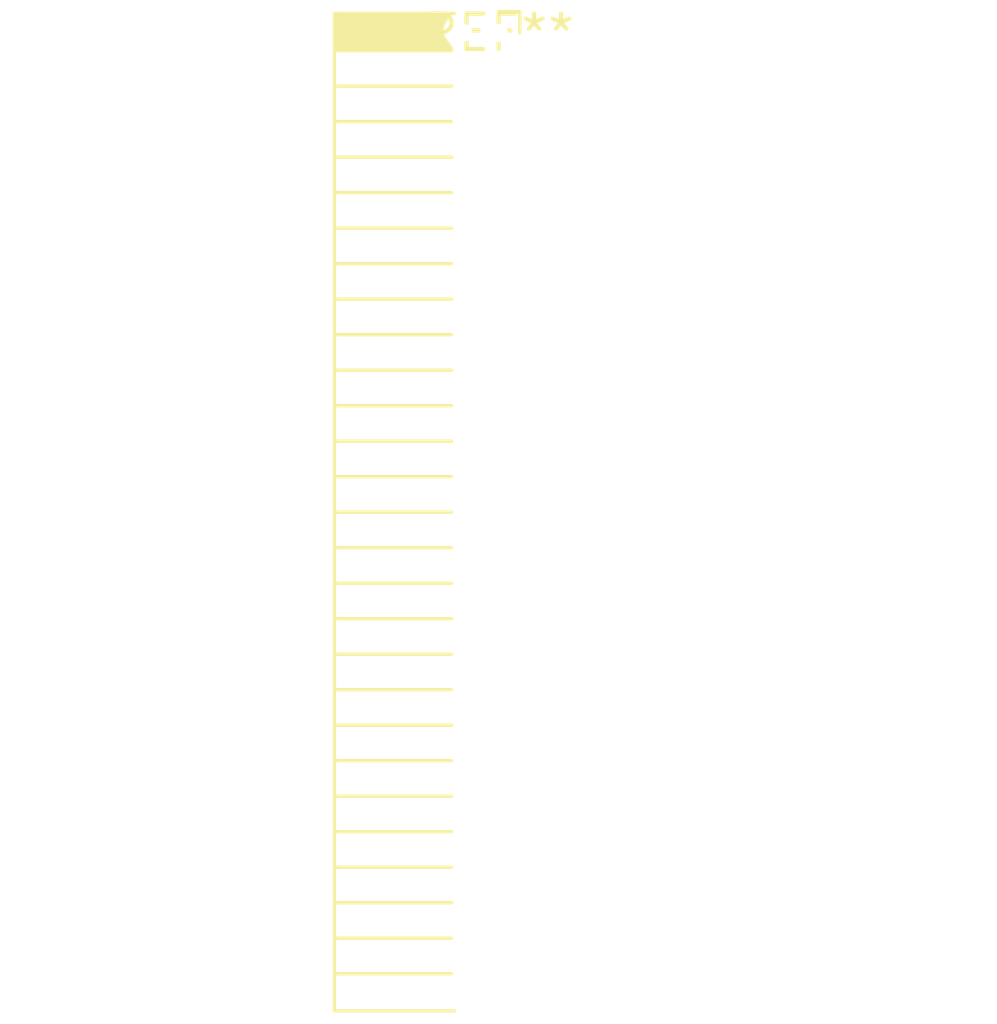
<source format=kicad_pcb>
(kicad_pcb (version 20240108) (generator pcbnew)
  (layers (0 "F.Cu" signal) (31 "B.Cu" signal) (34 "B.Paste" user) (35 "F.Paste" user) (36 "B.SilkS" user "B.Silkscreen") (37 "F.SilkS" user "F.Silkscreen") (38 "B.Mask" user) (39 "F.Mask" user) (44 "Edge.Cuts" user))
  (net 0 "")
  (footprint "PinSocket_2x28_P1.27mm_Horizontal" (layer "F.Cu") (at 0 0)
    (property "Reference" "REF**")
    (property "Value" "PinSocket_2x28_P1.27mm_Horizontal")
    (fp_line (start -5.88 -0.695) (end -5.88 34.985) (layer "F.SilkS") (stroke (width 0.12)))
    (fp_line (start -5.88 -0.695) (end -1.57753 -0.695) (layer "F.SilkS") (stroke (width 0.12)))
    (fp_line (start -5.88 -0.575) (end -1.766966 -0.575) (layer "F.SilkS") (stroke (width 0.12)))
    (fp_line (start -5.88 -0.465) (end -1.871145 -0.465) (layer "F.SilkS") (stroke (width 0.12)))
    (fp_line (start -5.88 -0.355) (end -1.941993 -0.355) (layer "F.SilkS") (stroke (width 0.12)))
    (fp_line (start -5.88 -0.245) (end -1.989427 -0.245) (layer "F.SilkS") (stroke (width 0.12)))
    (fp_line (start -5.88 -0.135) (end -2.017914 -0.135) (layer "F.SilkS") (stroke (width 0.12)))
    (fp_line (start -5.88 -0.025) (end -2.029589 -0.025) (layer "F.SilkS") (stroke (width 0.12)))
    (fp_line (start -5.88 0.085) (end -2.025232 0.085) (layer "F.SilkS") (stroke (width 0.12)))
    (fp_line (start -5.88 0.195) (end -2.004558 0.195) (layer "F.SilkS") (stroke (width 0.12)))
    (fp_line (start -5.88 0.305) (end -1.966114 0.305) (layer "F.SilkS") (stroke (width 0.12)))
    (fp_line (start -5.88 0.415) (end -1.906691 0.415) (layer "F.SilkS") (stroke (width 0.12)))
    (fp_line (start -5.88 0.525) (end -1.819523 0.525) (layer "F.SilkS") (stroke (width 0.12)))
    (fp_line (start -5.88 0.635) (end -1.687582 0.635) (layer "F.SilkS") (stroke (width 0.12)))
    (fp_line (start -5.88 1.905) (end -1.687582 1.905) (layer "F.SilkS") (stroke (width 0.12)))
    (fp_line (start -5.88 3.175) (end -1.687582 3.175) (layer "F.SilkS") (stroke (width 0.12)))
    (fp_line (start -5.88 4.445) (end -1.687582 4.445) (layer "F.SilkS") (stroke (width 0.12)))
    (fp_line (start -5.88 5.715) (end -1.687582 5.715) (layer "F.SilkS") (stroke (width 0.12)))
    (fp_line (start -5.88 6.985) (end -1.687582 6.985) (layer "F.SilkS") (stroke (width 0.12)))
    (fp_line (start -5.88 8.255) (end -1.687582 8.255) (layer "F.SilkS") (stroke (width 0.12)))
    (fp_line (start -5.88 9.525) (end -1.687582 9.525) (layer "F.SilkS") (stroke (width 0.12)))
    (fp_line (start -5.88 10.795) (end -1.687582 10.795) (layer "F.SilkS") (stroke (width 0.12)))
    (fp_line (start -5.88 12.065) (end -1.687582 12.065) (layer "F.SilkS") (stroke (width 0.12)))
    (fp_line (start -5.88 13.335) (end -1.687582 13.335) (layer "F.SilkS") (stroke (width 0.12)))
    (fp_line (start -5.88 14.605) (end -1.687582 14.605) (layer "F.SilkS") (stroke (width 0.12)))
    (fp_line (start -5.88 15.875) (end -1.687582 15.875) (layer "F.SilkS") (stroke (width 0.12)))
    (fp_line (start -5.88 17.145) (end -1.687582 17.145) (layer "F.SilkS") (stroke (width 0.12)))
    (fp_line (start -5.88 18.415) (end -1.687582 18.415) (layer "F.SilkS") (stroke (width 0.12)))
    (fp_line (start -5.88 19.685) (end -1.687582 19.685) (layer "F.SilkS") (stroke (width 0.12)))
    (fp_line (start -5.88 20.955) (end -1.687582 20.955) (layer "F.SilkS") (stroke (width 0.12)))
    (fp_line (start -5.88 22.225) (end -1.687582 22.225) (layer "F.SilkS") (stroke (width 0.12)))
    (fp_line (start -5.88 23.495) (end -1.687582 23.495) (layer "F.SilkS") (stroke (width 0.12)))
    (fp_line (start -5.88 24.765) (end -1.687582 24.765) (layer "F.SilkS") (stroke (width 0.12)))
    (fp_line (start -5.88 26.035) (end -1.687582 26.035) (layer "F.SilkS") (stroke (width 0.12)))
    (fp_line (start -5.88 27.305) (end -1.687582 27.305) (layer "F.SilkS") (stroke (width 0.12)))
    (fp_line (start -5.88 28.575) (end -1.687582 28.575) (layer "F.SilkS") (stroke (width 0.12)))
    (fp_line (start -5.88 29.845) (end -1.687582 29.845) (layer "F.SilkS") (stroke (width 0.12)))
    (fp_line (start -5.88 31.115) (end -1.687582 31.115) (layer "F.SilkS") (stroke (width 0.12)))
    (fp_line (start -5.88 32.385) (end -1.687582 32.385) (layer "F.SilkS") (stroke (width 0.12)))
    (fp_line (start -5.88 33.655) (end -1.687582 33.655) (layer "F.SilkS") (stroke (width 0.12)))
    (fp_line (start -5.88 34.985) (end -1.57753 34.985) (layer "F.SilkS") (stroke (width 0.12)))
    (fp_line (start 0 -0.76) (end 0.76 -0.76) (layer "F.SilkS") (stroke (width 0.12)))
    (fp_line (start 0.76 -0.76) (end 0.76 0) (layer "F.SilkS") (stroke (width 0.12)))
    (pad "1" thru_hole rect (at 0 0) (size 1 1) (drill 0.65) (layers *.Cu *.Mask) (remove_unused_layers))
    (pad "2" thru_hole oval (at -1.27 0) (size 1 1) (drill 0.65) (layers *.Cu *.Mask) (remove_unused_layers))
    (pad "3" thru_hole oval (at 0 1.27) (size 1 1) (drill 0.65) (layers *.Cu *.Mask) (remove_unused_layers))
    (pad "4" thru_hole oval (at -1.27 1.27) (size 1 1) (drill 0.65) (layers *.Cu *.Mask) (remove_unused_layers))
    (pad "5" thru_hole oval (at 0 2.54) (size 1 1) (drill 0.65) (layers *.Cu *.Mask) (remove_unused_layers))
    (pad "6" thru_hole oval (at -1.27 2.54) (size 1 1) (drill 0.65) (layers *.Cu *.Mask) (remove_unused_layers))
    (pad "7" thru_hole oval (at 0 3.81) (size 1 1) (drill 0.65) (layers *.Cu *.Mask) (remove_unused_layers))
    (pad "8" thru_hole oval (at -1.27 3.81) (size 1 1) (drill 0.65) (layers *.Cu *.Mask) (remove_unused_layers))
    (pad "9" thru_hole oval (at 0 5.08) (size 1 1) (drill 0.65) (layers *.Cu *.Mask) (remove_unused_layers))
    (pad "10" thru_hole oval (at -1.27 5.08) (size 1 1) (drill 0.65) (layers *.Cu *.Mask) (remove_unused_layers))
    (pad "11" thru_hole oval (at 0 6.35) (size 1 1) (drill 0.65) (layers *.Cu *.Mask) (remove_unused_layers))
    (pad "12" thru_hole oval (at -1.27 6.35) (size 1 1) (drill 0.65) (layers *.Cu *.Mask) (remove_unused_layers))
    (pad "13" thru_hole oval (at 0 7.62) (size 1 1) (drill 0.65) (layers *.Cu *.Mask) (remove_unused_layers))
    (pad "14" thru_hole oval (at -1.27 7.62) (size 1 1) (drill 0.65) (layers *.Cu *.Mask) (remove_unused_layers))
    (pad "15" thru_hole oval (at 0 8.89) (size 1 1) (drill 0.65) (layers *.Cu *.Mask) (remove_unused_layers))
    (pad "16" thru_hole oval (at -1.27 8.89) (size 1 1) (drill 0.65) (layers *.Cu *.Mask) (remove_unused_layers))
    (pad "17" thru_hole oval (at 0 10.16) (size 1 1) (drill 0.65) (layers *.Cu *.Mask) (remove_unused_layers))
    (pad "18" thru_hole oval (at -1.27 10.16) (size 1 1) (drill 0.65) (layers *.Cu *.Mask) (remove_unused_layers))
    (pad "19" thru_hole oval (at 0 11.43) (size 1 1) (drill 0.65) (layers *.Cu *.Mask) (remove_unused_layers))
    (pad "20" thru_hole oval (at -1.27 11.43) (size 1 1) (drill 0.65) (layers *.Cu *.Mask) (remove_unused_layers))
    (pad "21" thru_hole oval (at 0 12.7) (size 1 1) (drill 0.65) (layers *.Cu *.Mask) (remove_unused_layers))
    (pad "22" thru_hole oval (at -1.27 12.7) (size 1 1) (drill 0.65) (layers *.Cu *.Mask) (remove_unused_layers))
    (pad "23" thru_hole oval (at 0 13.97) (size 1 1) (drill 0.65) (layers *.Cu *.Mask) (remove_unused_layers))
    (pad "24" thru_hole oval (at -1.27 13.97) (size 1 1) (drill 0.65) (layers *.Cu *.Mask) (remove_unused_layers))
    (pad "25" thru_hole oval (at 0 15.24) (size 1 1) (drill 0.65) (layers *.Cu *.Mask) (remove_unused_layers))
    (pad "26" thru_hole oval (at -1.27 15.24) (size 1 1) (drill 0.65) (layers *.Cu *.Mask) (remove_unused_layers))
    (pad "27" thru_hole oval (at 0 16.51) (size 1 1) (drill 0.65) (layers *.Cu *.Mask) (remove_unused_layers))
    (pad "28" thru_hole oval (at -1.27 16.51) (size 1 1) (drill 0.65) (layers *.Cu *.Mask) (remove_unused_layers))
    (pad "29" thru_hole oval (at 0 17.78) (size 1 1) (drill 0.65) (layers *.Cu *.Mask) (remove_unused_layers))
    (pad "30" thru_hole oval (at -1.27 17.78) (size 1 1) (drill 0.65) (layers *.Cu *.Mask) (remove_unused_layers))
    (pad "31" thru_hole oval (at 0 19.05) (size 1 1) (drill 0.65) (layers *.Cu *.Mask) (remove_unused_layers))
    (pad "32" thru_hole oval (at -1.27 19.05) (size 1 1) (drill 0.65) (layers *.Cu *.Mask) (remove_unused_layers))
    (pad "33" thru_hole oval (at 0 20.32) (size 1 1) (drill 0.65) (layers *.Cu *.Mask) (remove_unused_layers))
    (pad "34" thru_hole oval (at -1.27 20.32) (size 1 1) (drill 0.65) (layers *.Cu *.Mask) (remove_unused_layers))
    (pad "35" thru_hole oval (at 0 21.59) (size 1 1) (drill 0.65) (layers *.Cu *.Mask) (remove_unused_layers))
    (pad "36" thru_hole oval (at -1.27 21.59) (size 1 1) (drill 0.65) (layers *.Cu *.Mask) (remove_unused_layers))
    (pad "37" thru_hole oval (at 0 22.86) (size 1 1) (drill 0.65) (layers *.Cu *.Mask) (remove_unused_layers))
    (pad "38" thru_hole oval (at -1.27 22.86) (size 1 1) (drill 0.65) (layers *.Cu *.Mask) (remove_unused_layers))
    (pad "39" thru_hole oval (at 0 24.13) (size 1 1) (drill 0.65) (layers *.Cu *.Mask) (remove_unused_layers))
    (pad "40" thru_hole oval (at -1.27 24.13) (size 1 1) (drill 0.65) (layers *.Cu *.Mask) (remove_unused_layers))
    (pad "41" thru_hole oval (at 0 25.4) (size 1 1) (drill 0.65) (layers *.Cu *.Mask) (remove_unused_layers))
    (pad "42" thru_hole oval (at -1.27 25.4) (size 1 1) (drill 0.65) (layers *.Cu *.Mask) (remove_unused_layers))
    (pad "43" thru_hole oval (at 0 26.67) (size 1 1) (drill 0.65) (layers *.Cu *.Mask) (remove_unused_layers))
    (pad "44" thru_hole oval (at -1.27 26.67) (size 1 1) (drill 0.65) (layers *.Cu *.Mask) (remove_unused_layers))
    (pad "45" thru_hole oval (at 0 27.94) (size 1 1) (drill 0.65) (layers *.Cu *.Mask) (remove_unused_layers))
    (pad "46" thru_hole oval (at -1.27 27.94) (size 1 1) (drill 0.65) (layers *.Cu *.Mask) (remove_unused_layers))
    (pad "47" thru_hole oval (at 0 29.21) (size 1 1) (drill 0.65) (layers *.Cu *.Mask) (remove_unused_layers))
    (pad "48" thru_hole oval (at -1.27 29.21) (size 1 1) (drill 0.65) (layers *.Cu *.Mask) (remove_unused_layers))
    (pad "49" thru_hole oval (at 0 30.48) (size 1 1) (drill 0.65) (layers *.Cu *.Mask) (remove_unused_layers))
    (pad "50" thru_hole oval (at -1.27 30.48) (size 1 1) (drill 0.65) (layers *.Cu *.Mask) (remove_unused_layers))
    (pad "51" thru_hole oval (at 0 31.75) (size 1 1) (drill 0.65) (layers *.Cu *.Mask) (remove_unused_layers))
    (pad "52" thru_hole oval (at -1.27 31.75) (size 1 1) (drill 0.65) (layers *.Cu *.Mask) (remove_unused_layers))
    (pad "53" thru_hole oval (at 0 33.02) (size 1 1) (drill 0.65) (layers *.Cu *.Mask) (remove_unused_layers))
    (pad "54" thru_hole oval (at -1.27 33.02) (size 1 1) (drill 0.65) (layers *.Cu *.Mask) (remove_unused_layers))
    (pad "55" thru_hole oval (at 0 34.29) (size 1 1) (drill 0.65) (layers *.Cu *.Mask) (remove_unused_layers))
    (pad "56" thru_hole oval (at -1.27 34.29) (size 1 1) (drill 0.65) (layers *.Cu *.Mask) (remove_unused_layers))
  )
)
</source>
